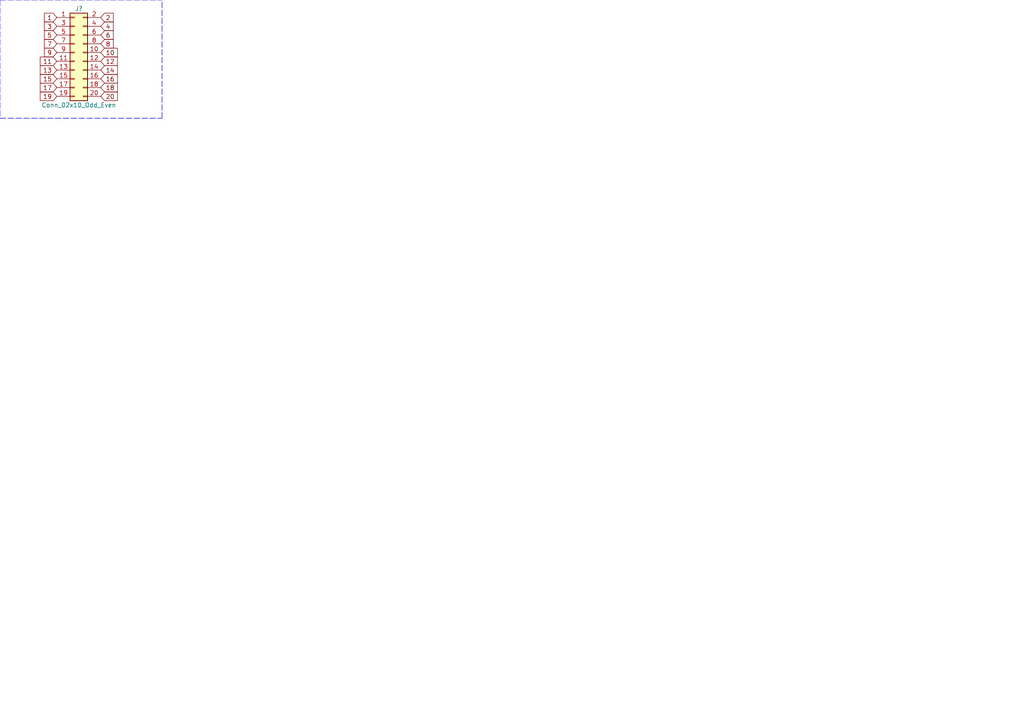
<source format=kicad_sch>
(kicad_sch (version 20201015) (generator eeschema)
  (paper "A4")
  (lib_symbols
    (symbol "Connector_Generic:Conn_02x10_Odd_Even" (pin_names (offset 1.016) hide)
      (property "Reference" "J" (at 1.27 12.7 0))
      (property "Value" "Conn_02x10_Odd_Even" (at 1.27 -15.24 0))
      (symbol "Conn_02x10_Odd_Even_1_1"
        (rectangle (start -1.27 -4.953) (end 0 -5.207) (stroke (width 0.1524)))
        (rectangle (start -1.27 -7.493) (end 0 -7.747) (stroke (width 0.1524)))
        (rectangle (start -1.27 -10.033) (end 0 -10.287) (stroke (width 0.1524)))
        (rectangle (start -1.27 -12.573) (end 0 -12.827) (stroke (width 0.1524)))
        (rectangle (start -1.27 -2.413) (end 0 -2.667) (stroke (width 0.1524)))
        (rectangle (start -1.27 2.667) (end 0 2.413) (stroke (width 0.1524)))
        (rectangle (start -1.27 5.207) (end 0 4.953) (stroke (width 0.1524)))
        (rectangle (start -1.27 7.747) (end 0 7.493) (stroke (width 0.1524)))
        (rectangle (start -1.27 10.287) (end 0 10.033) (stroke (width 0.1524)))
        (rectangle (start -1.27 11.43) (end 3.81 -13.97) (stroke (width 0.254)) (fill (type background)))
        (rectangle (start -1.27 0.127) (end 0 -0.127) (stroke (width 0.1524)))
        (rectangle (start 3.81 -4.953) (end 2.54 -5.207) (stroke (width 0.1524)))
        (rectangle (start 3.81 -7.493) (end 2.54 -7.747) (stroke (width 0.1524)))
        (rectangle (start 3.81 -10.033) (end 2.54 -10.287) (stroke (width 0.1524)))
        (rectangle (start 3.81 -12.573) (end 2.54 -12.827) (stroke (width 0.1524)))
        (rectangle (start 3.81 -2.413) (end 2.54 -2.667) (stroke (width 0.1524)))
        (rectangle (start 3.81 2.667) (end 2.54 2.413) (stroke (width 0.1524)))
        (rectangle (start 3.81 5.207) (end 2.54 4.953) (stroke (width 0.1524)))
        (rectangle (start 3.81 7.747) (end 2.54 7.493) (stroke (width 0.1524)))
        (rectangle (start 3.81 10.287) (end 2.54 10.033) (stroke (width 0.1524)))
        (rectangle (start 3.81 0.127) (end 2.54 -0.127) (stroke (width 0.1524)))
        (pin passive line (at -5.08 10.16 0) (length 3.81) (name "Pin_1") (number "1"))
        (pin passive line (at 7.62 0 180) (length 3.81) (name "Pin_10") (number "10"))
        (pin passive line (at -5.08 -2.54 0) (length 3.81) (name "Pin_11") (number "11"))
        (pin passive line (at 7.62 -2.54 180) (length 3.81) (name "Pin_12") (number "12"))
        (pin passive line (at -5.08 -5.08 0) (length 3.81) (name "Pin_13") (number "13"))
        (pin passive line (at 7.62 -5.08 180) (length 3.81) (name "Pin_14") (number "14"))
        (pin passive line (at -5.08 -7.62 0) (length 3.81) (name "Pin_15") (number "15"))
        (pin passive line (at 7.62 -7.62 180) (length 3.81) (name "Pin_16") (number "16"))
        (pin passive line (at -5.08 -10.16 0) (length 3.81) (name "Pin_17") (number "17"))
        (pin passive line (at 7.62 -10.16 180) (length 3.81) (name "Pin_18") (number "18"))
        (pin passive line (at -5.08 -12.7 0) (length 3.81) (name "Pin_19") (number "19"))
        (pin passive line (at 7.62 10.16 180) (length 3.81) (name "Pin_2") (number "2"))
        (pin passive line (at 7.62 -12.7 180) (length 3.81) (name "Pin_20") (number "20"))
        (pin passive line (at -5.08 7.62 0) (length 3.81) (name "Pin_3") (number "3"))
        (pin passive line (at 7.62 7.62 180) (length 3.81) (name "Pin_4") (number "4"))
        (pin passive line (at -5.08 5.08 0) (length 3.81) (name "Pin_5") (number "5"))
        (pin passive line (at 7.62 5.08 180) (length 3.81) (name "Pin_6") (number "6"))
        (pin passive line (at -5.08 2.54 0) (length 3.81) (name "Pin_7") (number "7"))
        (pin passive line (at 7.62 2.54 180) (length 3.81) (name "Pin_8") (number "8"))
        (pin passive line (at -5.08 0 0) (length 3.81) (name "Pin_9") (number "9"))
      )
    )
  )
  (polyline (pts (xy 0 0) (xy 0 34.29)) (stroke (width 0) (type dash)))
  (polyline (pts (xy 0 0) (xy 46.99 0)) (stroke (width 0) (type dash)))
  (polyline (pts (xy 0 34.29) (xy 46.99 34.29)) (stroke (width 0) (type dash)))
  (polyline (pts (xy 46.99 34.29) (xy 46.99 0)) (stroke (width 0) (type dash)))
  (text "D DATA.*\nF .*\nV .*" (at 0 0 0) (effects (font (size 1.27 1.27)) (justify left bottom)))
  (global_label "1" (shape input) (at 16.51 5.08 180) (property "Intersheet References" "${INTERSHEET_REFS}" (effects hide)))
  (global_label "3" (shape input) (at 16.51 7.62 180) (property "Intersheet References" "${INTERSHEET_REFS}" (effects hide)))
  (global_label "5" (shape input) (at 16.51 10.16 180) (property "Intersheet References" "${INTERSHEET_REFS}" (effects hide)))
  (global_label "7" (shape input) (at 16.51 12.7 180) (property "Intersheet References" "${INTERSHEET_REFS}" (effects hide)))
  (global_label "9" (shape input) (at 16.51 15.24 180) (property "Intersheet References" "${INTERSHEET_REFS}" (effects hide)))
  (global_label "11" (shape input) (at 16.51 17.78 180) (property "Intersheet References" "${INTERSHEET_REFS}" (effects hide)))
  (global_label "13" (shape input) (at 16.51 20.32 180) (property "Intersheet References" "${INTERSHEET_REFS}" (effects hide)))
  (global_label "15" (shape input) (at 16.51 22.86 180) (property "Intersheet References" "${INTERSHEET_REFS}" (effects hide)))
  (global_label "17" (shape input) (at 16.51 25.4 180) (property "Intersheet References" "${INTERSHEET_REFS}" (effects hide)))
  (global_label "19" (shape input) (at 16.51 27.94 180) (property "Intersheet References" "${INTERSHEET_REFS}" (effects hide)))
  (global_label "2" (shape input) (at 29.21 5.08 0) (property "Intersheet References" "${INTERSHEET_REFS}" (effects hide)))
  (global_label "4" (shape input) (at 29.21 7.62 0) (property "Intersheet References" "${INTERSHEET_REFS}" (effects hide)))
  (global_label "6" (shape input) (at 29.21 10.16 0) (property "Intersheet References" "${INTERSHEET_REFS}" (effects hide)))
  (global_label "8" (shape input) (at 29.21 12.7 0) (property "Intersheet References" "${INTERSHEET_REFS}" (effects hide)))
  (global_label "10" (shape input) (at 29.21 15.24 0) (property "Intersheet References" "${INTERSHEET_REFS}" (effects hide)))
  (global_label "12" (shape input) (at 29.21 17.78 0) (property "Intersheet References" "${INTERSHEET_REFS}" (effects hide)))
  (global_label "14" (shape input) (at 29.21 20.32 0) (property "Intersheet References" "${INTERSHEET_REFS}" (effects hide)))
  (global_label "16" (shape input) (at 29.21 22.86 0) (property "Intersheet References" "${INTERSHEET_REFS}" (effects hide)))
  (global_label "18" (shape input) (at 29.21 25.4 0) (property "Intersheet References" "${INTERSHEET_REFS}" (effects hide)))
  (global_label "20" (shape input) (at 29.21 27.94 0) (property "Intersheet References" "${INTERSHEET_REFS}" (effects hide)))
  (symbol (lib_id "Connector_Generic:Conn_02x10_Odd_Even") (at 21.59 15.24 0) (unit 1)
    (property "Reference" "J?" (at 22.86 2.54 0))
    (property "Value" "Conn_02x10_Odd_Even" (at 22.86 30.48 0))
  )
)
</source>
